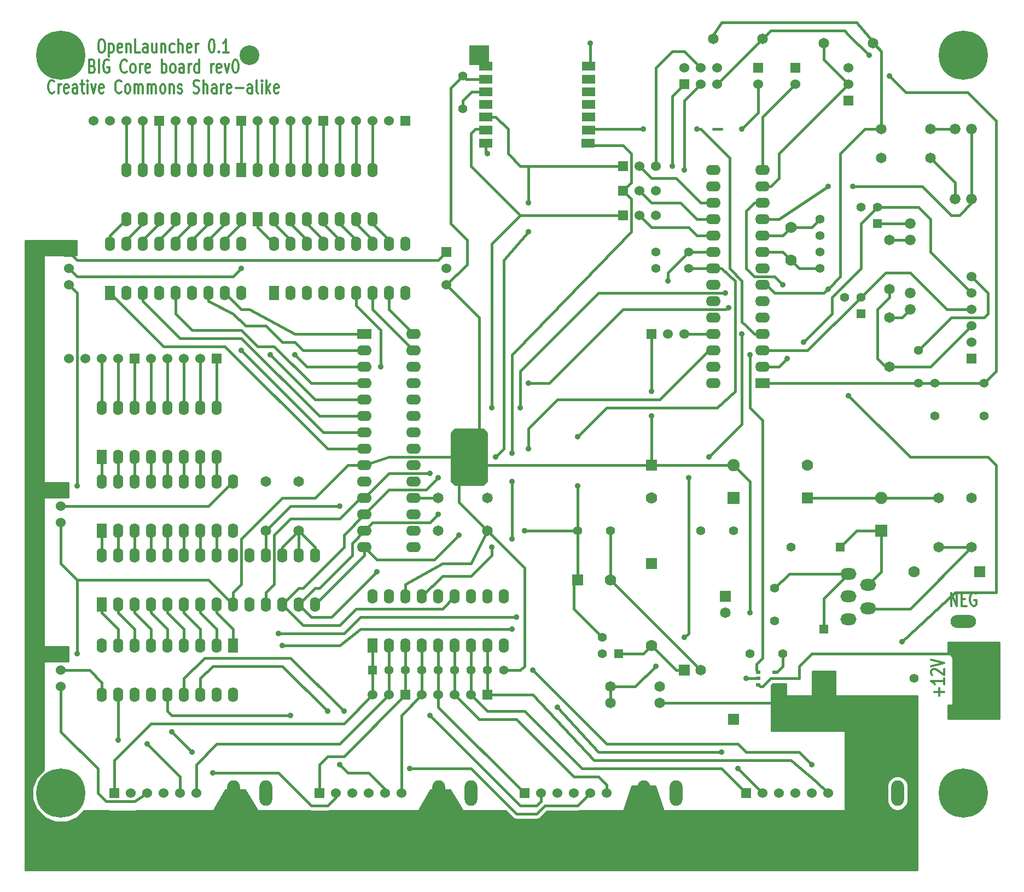
<source format=gtl>
G04 (created by PCBNEW-RS274X (2011-05-25)-stable) date Sun 10 Jun 2012 11:37:39 PM MDT*
G01*
G70*
G90*
%MOIN*%
G04 Gerber Fmt 3.4, Leading zero omitted, Abs format*
%FSLAX34Y34*%
G04 APERTURE LIST*
%ADD10C,0.006000*%
%ADD11C,0.012000*%
%ADD12C,0.059100*%
%ADD13R,0.060000X0.060000*%
%ADD14C,0.060000*%
%ADD15C,0.066000*%
%ADD16R,0.075000X0.075000*%
%ADD17C,0.075000*%
%ADD18O,0.090000X0.062000*%
%ADD19R,0.090000X0.062000*%
%ADD20O,0.062000X0.090000*%
%ADD21R,0.062000X0.090000*%
%ADD22C,0.070000*%
%ADD23R,0.070000X0.070000*%
%ADD24R,0.055000X0.055000*%
%ADD25C,0.055000*%
%ADD26R,0.078700X0.055100*%
%ADD27O,0.156000X0.078000*%
%ADD28R,0.065000X0.065000*%
%ADD29C,0.065000*%
%ADD30R,0.030000X0.020000*%
%ADD31R,0.120000X0.120000*%
%ADD32C,0.120000*%
%ADD33O,0.078000X0.156000*%
%ADD34O,0.098400X0.070900*%
%ADD35C,0.300000*%
%ADD36C,0.035000*%
%ADD37C,0.015800*%
%ADD38C,0.010000*%
G04 APERTURE END LIST*
G54D10*
G54D11*
X85007Y-48324D02*
X85007Y-47524D01*
X85350Y-48324D01*
X85350Y-47524D01*
X85636Y-47905D02*
X85836Y-47905D01*
X85922Y-48324D02*
X85636Y-48324D01*
X85636Y-47524D01*
X85922Y-47524D01*
X86493Y-47562D02*
X86436Y-47524D01*
X86350Y-47524D01*
X86265Y-47562D01*
X86207Y-47638D01*
X86179Y-47714D01*
X86150Y-47867D01*
X86150Y-47981D01*
X86179Y-48133D01*
X86207Y-48210D01*
X86265Y-48286D01*
X86350Y-48324D01*
X86407Y-48324D01*
X86493Y-48286D01*
X86522Y-48248D01*
X86522Y-47981D01*
X86407Y-47981D01*
X84269Y-53806D02*
X84269Y-53349D01*
X84574Y-53578D02*
X83964Y-53578D01*
X84574Y-52749D02*
X84574Y-53092D01*
X84574Y-52920D02*
X83774Y-52920D01*
X83888Y-52977D01*
X83964Y-53035D01*
X84002Y-53092D01*
X83850Y-52521D02*
X83812Y-52492D01*
X83774Y-52435D01*
X83774Y-52292D01*
X83812Y-52235D01*
X83850Y-52206D01*
X83926Y-52178D01*
X84002Y-52178D01*
X84117Y-52206D01*
X84574Y-52549D01*
X84574Y-52178D01*
X83774Y-52007D02*
X84574Y-51807D01*
X83774Y-51607D01*
X33172Y-13774D02*
X33286Y-13774D01*
X33344Y-13812D01*
X33401Y-13888D01*
X33429Y-14040D01*
X33429Y-14307D01*
X33401Y-14460D01*
X33344Y-14536D01*
X33286Y-14574D01*
X33172Y-14574D01*
X33115Y-14536D01*
X33058Y-14460D01*
X33029Y-14307D01*
X33029Y-14040D01*
X33058Y-13888D01*
X33115Y-13812D01*
X33172Y-13774D01*
X33687Y-14040D02*
X33687Y-14840D01*
X33687Y-14079D02*
X33744Y-14040D01*
X33858Y-14040D01*
X33915Y-14079D01*
X33944Y-14117D01*
X33973Y-14193D01*
X33973Y-14421D01*
X33944Y-14498D01*
X33915Y-14536D01*
X33858Y-14574D01*
X33744Y-14574D01*
X33687Y-14536D01*
X34458Y-14536D02*
X34401Y-14574D01*
X34287Y-14574D01*
X34230Y-14536D01*
X34201Y-14460D01*
X34201Y-14155D01*
X34230Y-14079D01*
X34287Y-14040D01*
X34401Y-14040D01*
X34458Y-14079D01*
X34487Y-14155D01*
X34487Y-14231D01*
X34201Y-14307D01*
X34744Y-14040D02*
X34744Y-14574D01*
X34744Y-14117D02*
X34772Y-14079D01*
X34830Y-14040D01*
X34915Y-14040D01*
X34972Y-14079D01*
X35001Y-14155D01*
X35001Y-14574D01*
X35573Y-14574D02*
X35287Y-14574D01*
X35287Y-13774D01*
X36030Y-14574D02*
X36030Y-14155D01*
X36001Y-14079D01*
X35944Y-14040D01*
X35830Y-14040D01*
X35773Y-14079D01*
X36030Y-14536D02*
X35973Y-14574D01*
X35830Y-14574D01*
X35773Y-14536D01*
X35744Y-14460D01*
X35744Y-14383D01*
X35773Y-14307D01*
X35830Y-14269D01*
X35973Y-14269D01*
X36030Y-14231D01*
X36573Y-14040D02*
X36573Y-14574D01*
X36316Y-14040D02*
X36316Y-14460D01*
X36344Y-14536D01*
X36402Y-14574D01*
X36487Y-14574D01*
X36544Y-14536D01*
X36573Y-14498D01*
X36859Y-14040D02*
X36859Y-14574D01*
X36859Y-14117D02*
X36887Y-14079D01*
X36945Y-14040D01*
X37030Y-14040D01*
X37087Y-14079D01*
X37116Y-14155D01*
X37116Y-14574D01*
X37659Y-14536D02*
X37602Y-14574D01*
X37488Y-14574D01*
X37430Y-14536D01*
X37402Y-14498D01*
X37373Y-14421D01*
X37373Y-14193D01*
X37402Y-14117D01*
X37430Y-14079D01*
X37488Y-14040D01*
X37602Y-14040D01*
X37659Y-14079D01*
X37916Y-14574D02*
X37916Y-13774D01*
X38173Y-14574D02*
X38173Y-14155D01*
X38144Y-14079D01*
X38087Y-14040D01*
X38002Y-14040D01*
X37944Y-14079D01*
X37916Y-14117D01*
X38687Y-14536D02*
X38630Y-14574D01*
X38516Y-14574D01*
X38459Y-14536D01*
X38430Y-14460D01*
X38430Y-14155D01*
X38459Y-14079D01*
X38516Y-14040D01*
X38630Y-14040D01*
X38687Y-14079D01*
X38716Y-14155D01*
X38716Y-14231D01*
X38430Y-14307D01*
X38973Y-14574D02*
X38973Y-14040D01*
X38973Y-14193D02*
X39001Y-14117D01*
X39030Y-14079D01*
X39087Y-14040D01*
X39144Y-14040D01*
X39915Y-13774D02*
X39972Y-13774D01*
X40029Y-13812D01*
X40058Y-13850D01*
X40087Y-13926D01*
X40115Y-14079D01*
X40115Y-14269D01*
X40087Y-14421D01*
X40058Y-14498D01*
X40029Y-14536D01*
X39972Y-14574D01*
X39915Y-14574D01*
X39858Y-14536D01*
X39829Y-14498D01*
X39801Y-14421D01*
X39772Y-14269D01*
X39772Y-14079D01*
X39801Y-13926D01*
X39829Y-13850D01*
X39858Y-13812D01*
X39915Y-13774D01*
X40372Y-14498D02*
X40400Y-14536D01*
X40372Y-14574D01*
X40343Y-14536D01*
X40372Y-14498D01*
X40372Y-14574D01*
X40972Y-14574D02*
X40629Y-14574D01*
X40801Y-14574D02*
X40801Y-13774D01*
X40744Y-13888D01*
X40686Y-13964D01*
X40629Y-14002D01*
X32673Y-15395D02*
X32759Y-15433D01*
X32787Y-15471D01*
X32816Y-15547D01*
X32816Y-15661D01*
X32787Y-15738D01*
X32759Y-15776D01*
X32701Y-15814D01*
X32473Y-15814D01*
X32473Y-15014D01*
X32673Y-15014D01*
X32730Y-15052D01*
X32759Y-15090D01*
X32787Y-15166D01*
X32787Y-15242D01*
X32759Y-15319D01*
X32730Y-15357D01*
X32673Y-15395D01*
X32473Y-15395D01*
X33073Y-15814D02*
X33073Y-15014D01*
X33673Y-15052D02*
X33616Y-15014D01*
X33530Y-15014D01*
X33445Y-15052D01*
X33387Y-15128D01*
X33359Y-15204D01*
X33330Y-15357D01*
X33330Y-15471D01*
X33359Y-15623D01*
X33387Y-15700D01*
X33445Y-15776D01*
X33530Y-15814D01*
X33587Y-15814D01*
X33673Y-15776D01*
X33702Y-15738D01*
X33702Y-15471D01*
X33587Y-15471D01*
X34759Y-15738D02*
X34730Y-15776D01*
X34644Y-15814D01*
X34587Y-15814D01*
X34502Y-15776D01*
X34444Y-15700D01*
X34416Y-15623D01*
X34387Y-15471D01*
X34387Y-15357D01*
X34416Y-15204D01*
X34444Y-15128D01*
X34502Y-15052D01*
X34587Y-15014D01*
X34644Y-15014D01*
X34730Y-15052D01*
X34759Y-15090D01*
X35102Y-15814D02*
X35044Y-15776D01*
X35016Y-15738D01*
X34987Y-15661D01*
X34987Y-15433D01*
X35016Y-15357D01*
X35044Y-15319D01*
X35102Y-15280D01*
X35187Y-15280D01*
X35244Y-15319D01*
X35273Y-15357D01*
X35302Y-15433D01*
X35302Y-15661D01*
X35273Y-15738D01*
X35244Y-15776D01*
X35187Y-15814D01*
X35102Y-15814D01*
X35559Y-15814D02*
X35559Y-15280D01*
X35559Y-15433D02*
X35587Y-15357D01*
X35616Y-15319D01*
X35673Y-15280D01*
X35730Y-15280D01*
X36158Y-15776D02*
X36101Y-15814D01*
X35987Y-15814D01*
X35930Y-15776D01*
X35901Y-15700D01*
X35901Y-15395D01*
X35930Y-15319D01*
X35987Y-15280D01*
X36101Y-15280D01*
X36158Y-15319D01*
X36187Y-15395D01*
X36187Y-15471D01*
X35901Y-15547D01*
X36901Y-15814D02*
X36901Y-15014D01*
X36901Y-15319D02*
X36958Y-15280D01*
X37072Y-15280D01*
X37129Y-15319D01*
X37158Y-15357D01*
X37187Y-15433D01*
X37187Y-15661D01*
X37158Y-15738D01*
X37129Y-15776D01*
X37072Y-15814D01*
X36958Y-15814D01*
X36901Y-15776D01*
X37530Y-15814D02*
X37472Y-15776D01*
X37444Y-15738D01*
X37415Y-15661D01*
X37415Y-15433D01*
X37444Y-15357D01*
X37472Y-15319D01*
X37530Y-15280D01*
X37615Y-15280D01*
X37672Y-15319D01*
X37701Y-15357D01*
X37730Y-15433D01*
X37730Y-15661D01*
X37701Y-15738D01*
X37672Y-15776D01*
X37615Y-15814D01*
X37530Y-15814D01*
X38244Y-15814D02*
X38244Y-15395D01*
X38215Y-15319D01*
X38158Y-15280D01*
X38044Y-15280D01*
X37987Y-15319D01*
X38244Y-15776D02*
X38187Y-15814D01*
X38044Y-15814D01*
X37987Y-15776D01*
X37958Y-15700D01*
X37958Y-15623D01*
X37987Y-15547D01*
X38044Y-15509D01*
X38187Y-15509D01*
X38244Y-15471D01*
X38530Y-15814D02*
X38530Y-15280D01*
X38530Y-15433D02*
X38558Y-15357D01*
X38587Y-15319D01*
X38644Y-15280D01*
X38701Y-15280D01*
X39158Y-15814D02*
X39158Y-15014D01*
X39158Y-15776D02*
X39101Y-15814D01*
X38987Y-15814D01*
X38929Y-15776D01*
X38901Y-15738D01*
X38872Y-15661D01*
X38872Y-15433D01*
X38901Y-15357D01*
X38929Y-15319D01*
X38987Y-15280D01*
X39101Y-15280D01*
X39158Y-15319D01*
X39901Y-15814D02*
X39901Y-15280D01*
X39901Y-15433D02*
X39929Y-15357D01*
X39958Y-15319D01*
X40015Y-15280D01*
X40072Y-15280D01*
X40500Y-15776D02*
X40443Y-15814D01*
X40329Y-15814D01*
X40272Y-15776D01*
X40243Y-15700D01*
X40243Y-15395D01*
X40272Y-15319D01*
X40329Y-15280D01*
X40443Y-15280D01*
X40500Y-15319D01*
X40529Y-15395D01*
X40529Y-15471D01*
X40243Y-15547D01*
X40729Y-15280D02*
X40872Y-15814D01*
X41014Y-15280D01*
X41357Y-15014D02*
X41414Y-15014D01*
X41471Y-15052D01*
X41500Y-15090D01*
X41529Y-15166D01*
X41557Y-15319D01*
X41557Y-15509D01*
X41529Y-15661D01*
X41500Y-15738D01*
X41471Y-15776D01*
X41414Y-15814D01*
X41357Y-15814D01*
X41300Y-15776D01*
X41271Y-15738D01*
X41243Y-15661D01*
X41214Y-15509D01*
X41214Y-15319D01*
X41243Y-15166D01*
X41271Y-15090D01*
X41300Y-15052D01*
X41357Y-15014D01*
X30344Y-16978D02*
X30315Y-17016D01*
X30229Y-17054D01*
X30172Y-17054D01*
X30087Y-17016D01*
X30029Y-16940D01*
X30001Y-16863D01*
X29972Y-16711D01*
X29972Y-16597D01*
X30001Y-16444D01*
X30029Y-16368D01*
X30087Y-16292D01*
X30172Y-16254D01*
X30229Y-16254D01*
X30315Y-16292D01*
X30344Y-16330D01*
X30601Y-17054D02*
X30601Y-16520D01*
X30601Y-16673D02*
X30629Y-16597D01*
X30658Y-16559D01*
X30715Y-16520D01*
X30772Y-16520D01*
X31200Y-17016D02*
X31143Y-17054D01*
X31029Y-17054D01*
X30972Y-17016D01*
X30943Y-16940D01*
X30943Y-16635D01*
X30972Y-16559D01*
X31029Y-16520D01*
X31143Y-16520D01*
X31200Y-16559D01*
X31229Y-16635D01*
X31229Y-16711D01*
X30943Y-16787D01*
X31743Y-17054D02*
X31743Y-16635D01*
X31714Y-16559D01*
X31657Y-16520D01*
X31543Y-16520D01*
X31486Y-16559D01*
X31743Y-17016D02*
X31686Y-17054D01*
X31543Y-17054D01*
X31486Y-17016D01*
X31457Y-16940D01*
X31457Y-16863D01*
X31486Y-16787D01*
X31543Y-16749D01*
X31686Y-16749D01*
X31743Y-16711D01*
X31943Y-16520D02*
X32172Y-16520D01*
X32029Y-16254D02*
X32029Y-16940D01*
X32057Y-17016D01*
X32115Y-17054D01*
X32172Y-17054D01*
X32372Y-17054D02*
X32372Y-16520D01*
X32372Y-16254D02*
X32343Y-16292D01*
X32372Y-16330D01*
X32400Y-16292D01*
X32372Y-16254D01*
X32372Y-16330D01*
X32601Y-16520D02*
X32744Y-17054D01*
X32886Y-16520D01*
X33343Y-17016D02*
X33286Y-17054D01*
X33172Y-17054D01*
X33115Y-17016D01*
X33086Y-16940D01*
X33086Y-16635D01*
X33115Y-16559D01*
X33172Y-16520D01*
X33286Y-16520D01*
X33343Y-16559D01*
X33372Y-16635D01*
X33372Y-16711D01*
X33086Y-16787D01*
X34429Y-16978D02*
X34400Y-17016D01*
X34314Y-17054D01*
X34257Y-17054D01*
X34172Y-17016D01*
X34114Y-16940D01*
X34086Y-16863D01*
X34057Y-16711D01*
X34057Y-16597D01*
X34086Y-16444D01*
X34114Y-16368D01*
X34172Y-16292D01*
X34257Y-16254D01*
X34314Y-16254D01*
X34400Y-16292D01*
X34429Y-16330D01*
X34772Y-17054D02*
X34714Y-17016D01*
X34686Y-16978D01*
X34657Y-16901D01*
X34657Y-16673D01*
X34686Y-16597D01*
X34714Y-16559D01*
X34772Y-16520D01*
X34857Y-16520D01*
X34914Y-16559D01*
X34943Y-16597D01*
X34972Y-16673D01*
X34972Y-16901D01*
X34943Y-16978D01*
X34914Y-17016D01*
X34857Y-17054D01*
X34772Y-17054D01*
X35229Y-17054D02*
X35229Y-16520D01*
X35229Y-16597D02*
X35257Y-16559D01*
X35315Y-16520D01*
X35400Y-16520D01*
X35457Y-16559D01*
X35486Y-16635D01*
X35486Y-17054D01*
X35486Y-16635D02*
X35515Y-16559D01*
X35572Y-16520D01*
X35657Y-16520D01*
X35715Y-16559D01*
X35743Y-16635D01*
X35743Y-17054D01*
X36029Y-17054D02*
X36029Y-16520D01*
X36029Y-16597D02*
X36057Y-16559D01*
X36115Y-16520D01*
X36200Y-16520D01*
X36257Y-16559D01*
X36286Y-16635D01*
X36286Y-17054D01*
X36286Y-16635D02*
X36315Y-16559D01*
X36372Y-16520D01*
X36457Y-16520D01*
X36515Y-16559D01*
X36543Y-16635D01*
X36543Y-17054D01*
X36915Y-17054D02*
X36857Y-17016D01*
X36829Y-16978D01*
X36800Y-16901D01*
X36800Y-16673D01*
X36829Y-16597D01*
X36857Y-16559D01*
X36915Y-16520D01*
X37000Y-16520D01*
X37057Y-16559D01*
X37086Y-16597D01*
X37115Y-16673D01*
X37115Y-16901D01*
X37086Y-16978D01*
X37057Y-17016D01*
X37000Y-17054D01*
X36915Y-17054D01*
X37372Y-16520D02*
X37372Y-17054D01*
X37372Y-16597D02*
X37400Y-16559D01*
X37458Y-16520D01*
X37543Y-16520D01*
X37600Y-16559D01*
X37629Y-16635D01*
X37629Y-17054D01*
X37886Y-17016D02*
X37943Y-17054D01*
X38058Y-17054D01*
X38115Y-17016D01*
X38143Y-16940D01*
X38143Y-16901D01*
X38115Y-16825D01*
X38058Y-16787D01*
X37972Y-16787D01*
X37915Y-16749D01*
X37886Y-16673D01*
X37886Y-16635D01*
X37915Y-16559D01*
X37972Y-16520D01*
X38058Y-16520D01*
X38115Y-16559D01*
X38829Y-17016D02*
X38915Y-17054D01*
X39058Y-17054D01*
X39115Y-17016D01*
X39144Y-16978D01*
X39172Y-16901D01*
X39172Y-16825D01*
X39144Y-16749D01*
X39115Y-16711D01*
X39058Y-16673D01*
X38944Y-16635D01*
X38886Y-16597D01*
X38858Y-16559D01*
X38829Y-16482D01*
X38829Y-16406D01*
X38858Y-16330D01*
X38886Y-16292D01*
X38944Y-16254D01*
X39086Y-16254D01*
X39172Y-16292D01*
X39429Y-17054D02*
X39429Y-16254D01*
X39686Y-17054D02*
X39686Y-16635D01*
X39657Y-16559D01*
X39600Y-16520D01*
X39515Y-16520D01*
X39457Y-16559D01*
X39429Y-16597D01*
X40229Y-17054D02*
X40229Y-16635D01*
X40200Y-16559D01*
X40143Y-16520D01*
X40029Y-16520D01*
X39972Y-16559D01*
X40229Y-17016D02*
X40172Y-17054D01*
X40029Y-17054D01*
X39972Y-17016D01*
X39943Y-16940D01*
X39943Y-16863D01*
X39972Y-16787D01*
X40029Y-16749D01*
X40172Y-16749D01*
X40229Y-16711D01*
X40515Y-17054D02*
X40515Y-16520D01*
X40515Y-16673D02*
X40543Y-16597D01*
X40572Y-16559D01*
X40629Y-16520D01*
X40686Y-16520D01*
X41114Y-17016D02*
X41057Y-17054D01*
X40943Y-17054D01*
X40886Y-17016D01*
X40857Y-16940D01*
X40857Y-16635D01*
X40886Y-16559D01*
X40943Y-16520D01*
X41057Y-16520D01*
X41114Y-16559D01*
X41143Y-16635D01*
X41143Y-16711D01*
X40857Y-16787D01*
X41400Y-16749D02*
X41857Y-16749D01*
X42400Y-17054D02*
X42400Y-16635D01*
X42371Y-16559D01*
X42314Y-16520D01*
X42200Y-16520D01*
X42143Y-16559D01*
X42400Y-17016D02*
X42343Y-17054D01*
X42200Y-17054D01*
X42143Y-17016D01*
X42114Y-16940D01*
X42114Y-16863D01*
X42143Y-16787D01*
X42200Y-16749D01*
X42343Y-16749D01*
X42400Y-16711D01*
X42772Y-17054D02*
X42714Y-17016D01*
X42686Y-16940D01*
X42686Y-16254D01*
X43000Y-17054D02*
X43000Y-16520D01*
X43000Y-16254D02*
X42971Y-16292D01*
X43000Y-16330D01*
X43028Y-16292D01*
X43000Y-16254D01*
X43000Y-16330D01*
X43286Y-17054D02*
X43286Y-16254D01*
X43343Y-16749D02*
X43514Y-17054D01*
X43514Y-16520D02*
X43286Y-16825D01*
X44000Y-17016D02*
X43943Y-17054D01*
X43829Y-17054D01*
X43772Y-17016D01*
X43743Y-16940D01*
X43743Y-16635D01*
X43772Y-16559D01*
X43829Y-16520D01*
X43943Y-16520D01*
X44000Y-16559D01*
X44029Y-16635D01*
X44029Y-16711D01*
X43743Y-16787D01*
G54D12*
X86750Y-54250D03*
X76750Y-54250D03*
G54D13*
X65000Y-23000D03*
G54D14*
X66000Y-23000D03*
X67000Y-23000D03*
G54D13*
X65000Y-24500D03*
G54D14*
X66000Y-24500D03*
X67000Y-24500D03*
G54D13*
X65000Y-21500D03*
G54D14*
X66000Y-21500D03*
X67000Y-21500D03*
G54D13*
X34000Y-59750D03*
G54D14*
X35000Y-59750D03*
X36000Y-59750D03*
X37000Y-59750D03*
X38000Y-59750D03*
X39000Y-59750D03*
G54D13*
X46500Y-59750D03*
G54D14*
X47500Y-59750D03*
X48500Y-59750D03*
X49500Y-59750D03*
X50500Y-59750D03*
X51500Y-59750D03*
G54D15*
X85250Y-19250D03*
X86250Y-19250D03*
X86250Y-23500D03*
X85250Y-23500D03*
G54D16*
X71750Y-41750D03*
G54D17*
X71750Y-39750D03*
G54D16*
X80750Y-43750D03*
G54D17*
X80750Y-41750D03*
G54D18*
X49250Y-32750D03*
X49250Y-33750D03*
X49250Y-34750D03*
X49250Y-35750D03*
X49250Y-36750D03*
X49250Y-37750D03*
X49250Y-38750D03*
X49250Y-39750D03*
X49250Y-40750D03*
X49250Y-41750D03*
X49250Y-42750D03*
X49250Y-43750D03*
X49250Y-44750D03*
G54D19*
X49250Y-31750D03*
G54D18*
X52250Y-44750D03*
X52250Y-43750D03*
X52250Y-42750D03*
X52250Y-41750D03*
X52250Y-40750D03*
X52250Y-39750D03*
X52250Y-38750D03*
X52250Y-37750D03*
X52250Y-36750D03*
X52250Y-35750D03*
X52250Y-34750D03*
X52250Y-33750D03*
X52250Y-32750D03*
X52250Y-31750D03*
G54D20*
X34250Y-48250D03*
X35250Y-48250D03*
X36250Y-48250D03*
X37250Y-48250D03*
X38250Y-48250D03*
X39250Y-48250D03*
X40250Y-48250D03*
X41250Y-48250D03*
X42250Y-48250D03*
X43250Y-48250D03*
X44250Y-48250D03*
X45250Y-48250D03*
X46250Y-48250D03*
G54D21*
X33250Y-48250D03*
G54D20*
X46250Y-45250D03*
X45250Y-45250D03*
X44250Y-45250D03*
X43250Y-45250D03*
X42250Y-45250D03*
X41250Y-45250D03*
X40250Y-45250D03*
X39250Y-45250D03*
X38250Y-45250D03*
X37250Y-45250D03*
X36250Y-45250D03*
X35250Y-45250D03*
X34250Y-45250D03*
X33250Y-45250D03*
G54D21*
X49750Y-50750D03*
G54D20*
X50750Y-50750D03*
X51750Y-50750D03*
X52750Y-50750D03*
X53750Y-50750D03*
X54750Y-50750D03*
X55750Y-50750D03*
X56750Y-50750D03*
X57750Y-50750D03*
X57750Y-47750D03*
X56750Y-47750D03*
X55750Y-47750D03*
X54750Y-47750D03*
X53750Y-47750D03*
X52750Y-47750D03*
X51750Y-47750D03*
X50750Y-47750D03*
X49750Y-47750D03*
G54D22*
X82750Y-46250D03*
G54D23*
X86750Y-46250D03*
G54D24*
X85750Y-52750D03*
G54D25*
X82750Y-52750D03*
X69000Y-26750D03*
X67000Y-26750D03*
X74750Y-51250D03*
X72750Y-51250D03*
X55250Y-18000D03*
X55250Y-16000D03*
X77000Y-26750D03*
X77000Y-27750D03*
X69750Y-43750D03*
X71750Y-43750D03*
X77000Y-25750D03*
X77000Y-24750D03*
G54D13*
X59000Y-59750D03*
G54D14*
X60000Y-59750D03*
X61000Y-59750D03*
X62000Y-59750D03*
X63000Y-59750D03*
X64000Y-59750D03*
G54D23*
X66750Y-39750D03*
G54D22*
X66750Y-41750D03*
G54D25*
X83000Y-34750D03*
X83000Y-32750D03*
G54D22*
X66750Y-50750D03*
G54D23*
X66750Y-45750D03*
G54D22*
X75750Y-55250D03*
G54D23*
X71750Y-55250D03*
G54D24*
X77250Y-49750D03*
G54D25*
X77250Y-52750D03*
G54D24*
X78250Y-44750D03*
G54D25*
X75250Y-44750D03*
G54D13*
X72500Y-59750D03*
G54D14*
X73500Y-59750D03*
X74500Y-59750D03*
X75500Y-59750D03*
X76500Y-59750D03*
X77500Y-59750D03*
G54D26*
X62880Y-20093D03*
X62891Y-19305D03*
X62891Y-18518D03*
X62891Y-17750D03*
X62891Y-16982D03*
X62891Y-16195D03*
X62891Y-15407D03*
X56631Y-15407D03*
X56631Y-16195D03*
X56631Y-16982D03*
X56631Y-17750D03*
X56631Y-18518D03*
X56631Y-19305D03*
X56631Y-20093D03*
G54D18*
X73500Y-33750D03*
X73500Y-32750D03*
X73500Y-31750D03*
X73500Y-30750D03*
X73500Y-29750D03*
X73500Y-28750D03*
X73500Y-27750D03*
X73500Y-26750D03*
X73500Y-25750D03*
X73500Y-24750D03*
X73500Y-23750D03*
X73500Y-22750D03*
X73500Y-21750D03*
G54D19*
X73500Y-34750D03*
G54D18*
X70500Y-21750D03*
X70500Y-22750D03*
X70500Y-23750D03*
X70500Y-24750D03*
X70500Y-25750D03*
X70500Y-26750D03*
X70500Y-27750D03*
X70500Y-28750D03*
X70500Y-29750D03*
X70500Y-30750D03*
X70500Y-31750D03*
X70500Y-32750D03*
X70500Y-33750D03*
X70500Y-34750D03*
G54D13*
X68750Y-16500D03*
G54D14*
X68750Y-15500D03*
X69750Y-16500D03*
X69750Y-15500D03*
X70750Y-16500D03*
X70750Y-15500D03*
G54D25*
X87000Y-34750D03*
X87000Y-36750D03*
X84000Y-34750D03*
X84000Y-36750D03*
G54D27*
X85750Y-51240D03*
X85750Y-49270D03*
G54D28*
X68750Y-52250D03*
G54D29*
X69750Y-52250D03*
G54D23*
X62250Y-46750D03*
G54D22*
X64250Y-46750D03*
G54D25*
X64250Y-43750D03*
X62250Y-43750D03*
G54D23*
X76250Y-41750D03*
G54D22*
X76250Y-39750D03*
G54D28*
X71250Y-47750D03*
G54D29*
X71250Y-48750D03*
G54D25*
X74250Y-49250D03*
X74250Y-47250D03*
X67000Y-27750D03*
X69000Y-27750D03*
G54D29*
X67250Y-54250D03*
X64250Y-54250D03*
X64250Y-53250D03*
X67250Y-53250D03*
X86250Y-41750D03*
X86250Y-44750D03*
X84250Y-44750D03*
X84250Y-41750D03*
X45250Y-43750D03*
X45250Y-40750D03*
X70500Y-13750D03*
X73500Y-13750D03*
G54D24*
X64750Y-51250D03*
G54D25*
X63750Y-51250D03*
X63750Y-50250D03*
G54D30*
X73250Y-52375D03*
X73250Y-53125D03*
X74250Y-52375D03*
X73250Y-52750D03*
X74250Y-53125D03*
G54D22*
X75250Y-25250D03*
X75250Y-27250D03*
G54D21*
X43750Y-29250D03*
G54D20*
X44750Y-29250D03*
X45750Y-29250D03*
X46750Y-29250D03*
X47750Y-29250D03*
X48750Y-29250D03*
X49750Y-29250D03*
X50750Y-29250D03*
X51750Y-29250D03*
X51750Y-26250D03*
X50750Y-26250D03*
X49750Y-26250D03*
X48750Y-26250D03*
X47750Y-26250D03*
X46750Y-26250D03*
X45750Y-26250D03*
X44750Y-26250D03*
X43750Y-26250D03*
G54D21*
X33750Y-29250D03*
G54D20*
X34750Y-29250D03*
X35750Y-29250D03*
X36750Y-29250D03*
X37750Y-29250D03*
X38750Y-29250D03*
X39750Y-29250D03*
X40750Y-29250D03*
X41750Y-29250D03*
X41750Y-26250D03*
X40750Y-26250D03*
X39750Y-26250D03*
X38750Y-26250D03*
X37750Y-26250D03*
X36750Y-26250D03*
X35750Y-26250D03*
X34750Y-26250D03*
X33750Y-26250D03*
G54D21*
X33250Y-43750D03*
G54D20*
X34250Y-43750D03*
X35250Y-43750D03*
X36250Y-43750D03*
X37250Y-43750D03*
X38250Y-43750D03*
X39250Y-43750D03*
X40250Y-43750D03*
X41250Y-43750D03*
X41250Y-40750D03*
X40250Y-40750D03*
X39250Y-40750D03*
X38250Y-40750D03*
X37250Y-40750D03*
X36250Y-40750D03*
X35250Y-40750D03*
X34250Y-40750D03*
X33250Y-40750D03*
G54D21*
X41250Y-50750D03*
G54D20*
X40250Y-50750D03*
X39250Y-50750D03*
X38250Y-50750D03*
X37250Y-50750D03*
X36250Y-50750D03*
X35250Y-50750D03*
X34250Y-50750D03*
X33250Y-50750D03*
X33250Y-53750D03*
X34250Y-53750D03*
X35250Y-53750D03*
X36250Y-53750D03*
X37250Y-53750D03*
X38250Y-53750D03*
X39250Y-53750D03*
X40250Y-53750D03*
X41250Y-53750D03*
G54D29*
X83750Y-21000D03*
X80750Y-21000D03*
X83750Y-19250D03*
X80750Y-19250D03*
G54D31*
X56250Y-14750D03*
G54D32*
X42250Y-14750D03*
G54D29*
X53750Y-43750D03*
X56750Y-43750D03*
G54D33*
X41270Y-59750D03*
X43240Y-59750D03*
X79760Y-59750D03*
X81730Y-59750D03*
X53760Y-59750D03*
X55730Y-59750D03*
X66260Y-59750D03*
X68230Y-59750D03*
G54D21*
X41750Y-21750D03*
G54D20*
X40750Y-21750D03*
X39750Y-21750D03*
X38750Y-21750D03*
X37750Y-21750D03*
X36750Y-21750D03*
X35750Y-21750D03*
X34750Y-21750D03*
X34750Y-24750D03*
X35750Y-24750D03*
X36750Y-24750D03*
X37750Y-24750D03*
X38750Y-24750D03*
X39750Y-24750D03*
X40750Y-24750D03*
X41750Y-24750D03*
G54D21*
X42750Y-24750D03*
G54D20*
X43750Y-24750D03*
X44750Y-24750D03*
X45750Y-24750D03*
X46750Y-24750D03*
X47750Y-24750D03*
X48750Y-24750D03*
X49750Y-24750D03*
X49750Y-21750D03*
X48750Y-21750D03*
X47750Y-21750D03*
X46750Y-21750D03*
X45750Y-21750D03*
X44750Y-21750D03*
X43750Y-21750D03*
X42750Y-21750D03*
G54D13*
X86250Y-33250D03*
G54D14*
X86250Y-32250D03*
X86250Y-31250D03*
X86250Y-30250D03*
X86250Y-29250D03*
X86250Y-28250D03*
G54D34*
X78754Y-47750D03*
X78754Y-46372D03*
X78754Y-49128D03*
X79935Y-48459D03*
X79935Y-47041D03*
G54D35*
X30750Y-14750D03*
X85750Y-14750D03*
X30750Y-59750D03*
X85750Y-59750D03*
G54D24*
X49750Y-52250D03*
G54D25*
X50750Y-52250D03*
X51750Y-52250D03*
X52750Y-52250D03*
X53750Y-52250D03*
X54750Y-52250D03*
X55750Y-52250D03*
X56750Y-52250D03*
X57750Y-52250D03*
G54D29*
X81250Y-29000D03*
X81250Y-26000D03*
X81250Y-30750D03*
X81250Y-33750D03*
X53750Y-41750D03*
X56750Y-41750D03*
X43250Y-43750D03*
X43250Y-40750D03*
G54D13*
X51750Y-53750D03*
G54D14*
X50750Y-53750D03*
X49750Y-53750D03*
G54D13*
X54250Y-26750D03*
G54D14*
X54250Y-27750D03*
X54250Y-28750D03*
G54D13*
X31250Y-26750D03*
G54D14*
X31250Y-27750D03*
X31250Y-28750D03*
G54D13*
X30750Y-41250D03*
G54D14*
X30750Y-42250D03*
X30750Y-43250D03*
G54D13*
X30750Y-51250D03*
G54D14*
X30750Y-52250D03*
X30750Y-53250D03*
G54D15*
X82500Y-30250D03*
X82500Y-29250D03*
X82500Y-26000D03*
X82500Y-25000D03*
G54D21*
X33250Y-39250D03*
G54D20*
X34250Y-39250D03*
X35250Y-39250D03*
X36250Y-39250D03*
X37250Y-39250D03*
X38250Y-39250D03*
X39250Y-39250D03*
X40250Y-39250D03*
X40250Y-36250D03*
X39250Y-36250D03*
X38250Y-36250D03*
X37250Y-36250D03*
X36250Y-36250D03*
X35250Y-36250D03*
X34250Y-36250D03*
X33250Y-36250D03*
G54D13*
X41750Y-18750D03*
G54D14*
X40750Y-18750D03*
X39750Y-18750D03*
X38750Y-18750D03*
X37750Y-18750D03*
G54D13*
X51750Y-18750D03*
G54D14*
X50750Y-18750D03*
X49750Y-18750D03*
X48750Y-18750D03*
X47750Y-18750D03*
G54D13*
X56750Y-53750D03*
G54D14*
X55750Y-53750D03*
X54750Y-53750D03*
X53750Y-53750D03*
X52750Y-53750D03*
G54D13*
X40250Y-33250D03*
G54D14*
X39250Y-33250D03*
X38250Y-33250D03*
X37250Y-33250D03*
X36250Y-33250D03*
G54D24*
X79500Y-30500D03*
G54D25*
X79500Y-29500D03*
X78500Y-29500D03*
G54D24*
X80500Y-25000D03*
G54D25*
X80500Y-24000D03*
X79500Y-24000D03*
G54D13*
X75500Y-15500D03*
G54D14*
X75500Y-16500D03*
G54D13*
X73250Y-15500D03*
G54D14*
X73250Y-16500D03*
G54D13*
X36750Y-18750D03*
G54D14*
X35750Y-18750D03*
X34750Y-18750D03*
X33750Y-18750D03*
X32750Y-18750D03*
G54D13*
X46750Y-18750D03*
G54D14*
X45750Y-18750D03*
X44750Y-18750D03*
X43750Y-18750D03*
X42750Y-18750D03*
G54D13*
X35250Y-33250D03*
G54D14*
X34250Y-33250D03*
X33250Y-33250D03*
X32250Y-33250D03*
X31250Y-33250D03*
G54D29*
X77250Y-14000D03*
X80250Y-14000D03*
G54D13*
X66750Y-31750D03*
G54D14*
X67750Y-31750D03*
X68750Y-31750D03*
G54D13*
X78750Y-17500D03*
G54D14*
X78750Y-16500D03*
X78750Y-15500D03*
G54D36*
X58250Y-39000D03*
X55000Y-44000D03*
X57000Y-36250D03*
X53750Y-40500D03*
X62250Y-38000D03*
X62250Y-41000D03*
X57000Y-44750D03*
X59000Y-43750D03*
X58250Y-44250D03*
X58250Y-40750D03*
X59250Y-38750D03*
X53250Y-40250D03*
X59250Y-34750D03*
X71450Y-30150D03*
X82000Y-50500D03*
X78750Y-35500D03*
X74750Y-28750D03*
X59250Y-23750D03*
X57250Y-39250D03*
X59250Y-25500D03*
X53750Y-42750D03*
X50000Y-46250D03*
X71250Y-29250D03*
X58750Y-36250D03*
X52250Y-41750D03*
X47750Y-42250D03*
X72750Y-33000D03*
X72250Y-31750D03*
X70250Y-39250D03*
X69000Y-40500D03*
X68750Y-50250D03*
X67000Y-52000D03*
X63000Y-14000D03*
X72500Y-52750D03*
X68750Y-21750D03*
X76000Y-32250D03*
X75000Y-33250D03*
X66250Y-19250D03*
X69500Y-19250D03*
X72250Y-19250D03*
X68000Y-21500D03*
X56750Y-20750D03*
X77500Y-22750D03*
X79000Y-22750D03*
X81250Y-16000D03*
X80000Y-14750D03*
X45000Y-33000D03*
X41750Y-27750D03*
X41750Y-32750D03*
X43500Y-33000D03*
X50250Y-33750D03*
X66750Y-36750D03*
X66750Y-35250D03*
X67750Y-28500D03*
X31750Y-51250D03*
X31750Y-41000D03*
X77500Y-29000D03*
X72750Y-48750D03*
X34250Y-56500D03*
X36000Y-56750D03*
X37500Y-56000D03*
X38750Y-57250D03*
X40000Y-58500D03*
X47750Y-58000D03*
X44750Y-55000D03*
X48000Y-54750D03*
X53250Y-55000D03*
X47000Y-54750D03*
X52000Y-58250D03*
X44000Y-50000D03*
X58500Y-49000D03*
X61000Y-54500D03*
X71000Y-57250D03*
X72000Y-58250D03*
X44250Y-50750D03*
X58250Y-49750D03*
X59500Y-52250D03*
X76500Y-58000D03*
G54D37*
X71000Y-19250D02*
X70500Y-19250D01*
X31250Y-26750D02*
X31750Y-27250D01*
X53750Y-27250D02*
X54250Y-26750D01*
X31750Y-27250D02*
X53750Y-27250D01*
X67250Y-54250D02*
X76750Y-54250D01*
X58250Y-33000D02*
X58500Y-32750D01*
X50000Y-45500D02*
X53500Y-45500D01*
X53500Y-45500D02*
X55000Y-44000D01*
X49250Y-44750D02*
X50000Y-45500D01*
X65500Y-23500D02*
X65000Y-23000D01*
X58500Y-32750D02*
X65500Y-25500D01*
X65500Y-25500D02*
X65500Y-23500D01*
X58250Y-39000D02*
X58250Y-33000D01*
X49250Y-44750D02*
X49250Y-45250D01*
X49250Y-45250D02*
X46250Y-48250D01*
X65000Y-23000D02*
X65500Y-22500D01*
X65500Y-22500D02*
X65500Y-20750D01*
X65500Y-20750D02*
X65000Y-20250D01*
X65000Y-20250D02*
X63037Y-20250D01*
X63037Y-20250D02*
X62880Y-20093D01*
X50750Y-41250D02*
X53000Y-41250D01*
X53000Y-41250D02*
X53750Y-40500D01*
X49250Y-42750D02*
X50750Y-41250D01*
X57000Y-26250D02*
X58750Y-24500D01*
X57000Y-36250D02*
X57000Y-26250D01*
X44250Y-48250D02*
X45500Y-49500D01*
X54000Y-48500D02*
X54750Y-47750D01*
X48750Y-48500D02*
X54000Y-48500D01*
X48500Y-48750D02*
X48750Y-48500D01*
X47750Y-49500D02*
X48500Y-48750D01*
X47500Y-49500D02*
X47750Y-49500D01*
X45500Y-49500D02*
X47500Y-49500D01*
X49250Y-42750D02*
X48000Y-44000D01*
X45250Y-47250D02*
X44250Y-48250D01*
X45500Y-47250D02*
X45250Y-47250D01*
X48000Y-44750D02*
X45500Y-47250D01*
X48000Y-44000D02*
X48000Y-44750D01*
X56631Y-19305D02*
X56576Y-19250D01*
X56576Y-19250D02*
X56000Y-19250D01*
X56000Y-19250D02*
X55750Y-19500D01*
X55750Y-19500D02*
X55750Y-20500D01*
X55750Y-20500D02*
X55750Y-21500D01*
X55750Y-21500D02*
X58750Y-24500D01*
X58750Y-24500D02*
X65000Y-24500D01*
X62250Y-43750D02*
X62250Y-41000D01*
X71000Y-27750D02*
X70500Y-27750D01*
X71850Y-28500D02*
X71000Y-27750D01*
X71850Y-35250D02*
X71850Y-28500D01*
X70750Y-36250D02*
X71850Y-35250D01*
X64000Y-36250D02*
X70750Y-36250D01*
X62250Y-38000D02*
X64000Y-36250D01*
X52750Y-47750D02*
X54000Y-46500D01*
X59000Y-43750D02*
X62250Y-43750D01*
X57000Y-45250D02*
X57000Y-44750D01*
X55750Y-46500D02*
X57000Y-45250D01*
X54000Y-46500D02*
X55750Y-46500D01*
X62250Y-43750D02*
X62250Y-46750D01*
X62250Y-46750D02*
X62000Y-47000D01*
X62000Y-47000D02*
X62000Y-48500D01*
X63750Y-50250D02*
X62000Y-48500D01*
X69000Y-27750D02*
X70500Y-27750D01*
X60500Y-36250D02*
X61000Y-35750D01*
X58250Y-44250D02*
X58250Y-40750D01*
X59250Y-38750D02*
X59250Y-37500D01*
X59250Y-37500D02*
X60500Y-36250D01*
X70250Y-32750D02*
X70500Y-32750D01*
X67250Y-35750D02*
X70250Y-32750D01*
X61000Y-35750D02*
X67250Y-35750D01*
X49250Y-41750D02*
X49000Y-41750D01*
X43250Y-47500D02*
X43250Y-48250D01*
X43750Y-47000D02*
X43250Y-47500D01*
X43750Y-44000D02*
X43750Y-47000D01*
X44750Y-43000D02*
X43750Y-44000D01*
X47750Y-43000D02*
X44750Y-43000D01*
X49000Y-41750D02*
X47750Y-43000D01*
X50750Y-40250D02*
X53250Y-40250D01*
X50750Y-40250D02*
X49250Y-41750D01*
X60500Y-34750D02*
X63800Y-31450D01*
X59250Y-34750D02*
X60500Y-34750D01*
X65000Y-30250D02*
X63800Y-31450D01*
X71250Y-30250D02*
X65000Y-30250D01*
X71450Y-30150D02*
X71250Y-30250D01*
X73500Y-23750D02*
X73000Y-23750D01*
X82000Y-50500D02*
X85250Y-47500D01*
X85250Y-47500D02*
X87750Y-47500D01*
X87750Y-47500D02*
X87750Y-41250D01*
X87750Y-39750D02*
X87750Y-41250D01*
X87250Y-39250D02*
X87750Y-39750D01*
X82500Y-39250D02*
X87250Y-39250D01*
X78750Y-35500D02*
X82500Y-39250D01*
X74250Y-28250D02*
X74750Y-28750D01*
X73000Y-28250D02*
X74250Y-28250D01*
X72500Y-27750D02*
X73000Y-28250D01*
X72500Y-24250D02*
X72500Y-27750D01*
X73000Y-23750D02*
X72500Y-24250D01*
X59250Y-21500D02*
X59250Y-23750D01*
X57250Y-39250D02*
X57750Y-38750D01*
X57750Y-38750D02*
X57750Y-27250D01*
X57750Y-27250D02*
X59250Y-25500D01*
X49250Y-43750D02*
X49750Y-43250D01*
X53250Y-43250D02*
X53750Y-42750D01*
X49750Y-43250D02*
X53250Y-43250D01*
X45250Y-48250D02*
X46000Y-49000D01*
X49750Y-46500D02*
X50000Y-46250D01*
X47250Y-49000D02*
X49750Y-46500D01*
X47000Y-49000D02*
X47250Y-49000D01*
X46000Y-49000D02*
X47000Y-49000D01*
X49250Y-43750D02*
X48500Y-44500D01*
X46250Y-47250D02*
X45250Y-48250D01*
X46500Y-47250D02*
X46250Y-47250D01*
X48500Y-45250D02*
X46500Y-47250D01*
X48500Y-44500D02*
X48500Y-45250D01*
X65000Y-21500D02*
X59500Y-21500D01*
X59500Y-21500D02*
X59250Y-21500D01*
X59250Y-21500D02*
X58750Y-21500D01*
X58750Y-21500D02*
X58000Y-20750D01*
X58000Y-20750D02*
X58000Y-19250D01*
X58000Y-19250D02*
X57250Y-18500D01*
X57250Y-18500D02*
X56649Y-18500D01*
X56649Y-18500D02*
X56631Y-18518D01*
X63500Y-29250D02*
X71250Y-29250D01*
X58750Y-34000D02*
X63500Y-29250D01*
X58750Y-36250D02*
X58750Y-34000D01*
X53750Y-41750D02*
X52250Y-41750D01*
X47750Y-42250D02*
X44750Y-42250D01*
X44750Y-42250D02*
X43250Y-43750D01*
X43250Y-45250D02*
X43250Y-43750D01*
X73500Y-38500D02*
X73500Y-37000D01*
X72750Y-36250D02*
X72750Y-33000D01*
X73500Y-37000D02*
X72750Y-36250D01*
X73250Y-52375D02*
X73125Y-52250D01*
X73125Y-52250D02*
X73125Y-52125D01*
X73125Y-52125D02*
X73125Y-51875D01*
X73125Y-51875D02*
X73500Y-51500D01*
X73500Y-38500D02*
X73500Y-39750D01*
X73500Y-51500D02*
X73500Y-38500D01*
X64250Y-53250D02*
X65750Y-53250D01*
X72250Y-37250D02*
X72250Y-31750D01*
X70250Y-39250D02*
X72250Y-37250D01*
X69000Y-50000D02*
X69000Y-40500D01*
X68750Y-50250D02*
X69000Y-50000D01*
X65750Y-53250D02*
X67000Y-52000D01*
X64250Y-53250D02*
X64250Y-54250D01*
X55250Y-18000D02*
X55250Y-17500D01*
X55768Y-16982D02*
X56631Y-16982D01*
X55250Y-17500D02*
X55768Y-16982D01*
X62891Y-15407D02*
X63000Y-15298D01*
X63000Y-15298D02*
X63000Y-14000D01*
X73250Y-52750D02*
X72500Y-52750D01*
X68750Y-17500D02*
X69750Y-16500D01*
X68750Y-21750D02*
X68750Y-17500D01*
X77000Y-24750D02*
X76500Y-25250D01*
X76500Y-25250D02*
X75250Y-25250D01*
X75250Y-25250D02*
X74750Y-25750D01*
X74750Y-25750D02*
X73500Y-25750D01*
X73500Y-33750D02*
X74500Y-33750D01*
X79500Y-25000D02*
X80500Y-24000D01*
X79500Y-27750D02*
X79500Y-25000D01*
X77750Y-29500D02*
X79500Y-27750D01*
X77750Y-30500D02*
X77750Y-29500D01*
X76000Y-32250D02*
X77750Y-30500D01*
X74500Y-33750D02*
X75000Y-33250D01*
X86250Y-29250D02*
X83750Y-26750D01*
X83000Y-24000D02*
X80500Y-24000D01*
X83750Y-24750D02*
X83000Y-24000D01*
X83750Y-26750D02*
X83750Y-24750D01*
X69500Y-19250D02*
X69750Y-19250D01*
X62946Y-19250D02*
X66250Y-19250D01*
X72500Y-31250D02*
X73000Y-31750D01*
X73500Y-31750D02*
X73000Y-31750D01*
X62946Y-19250D02*
X62891Y-19305D01*
X72250Y-31000D02*
X72500Y-31250D01*
X72250Y-28500D02*
X72250Y-31000D01*
X71500Y-27750D02*
X72250Y-28500D01*
X71500Y-21000D02*
X71500Y-27750D01*
X69750Y-19250D02*
X71500Y-21000D01*
X78750Y-16500D02*
X74500Y-20750D01*
X74000Y-22750D02*
X73500Y-22750D01*
X74500Y-22250D02*
X74000Y-22750D01*
X74500Y-20750D02*
X74500Y-22250D01*
X78750Y-16500D02*
X77250Y-15000D01*
X77250Y-15000D02*
X77250Y-14000D01*
X67000Y-21500D02*
X67000Y-15500D01*
X68750Y-14500D02*
X69750Y-15500D01*
X68000Y-14500D02*
X68750Y-14500D01*
X67000Y-15500D02*
X68000Y-14500D01*
X66000Y-24500D02*
X66750Y-25250D01*
X69500Y-25750D02*
X70500Y-25750D01*
X69000Y-25250D02*
X69500Y-25750D01*
X66750Y-25250D02*
X69000Y-25250D01*
X73250Y-16500D02*
X73250Y-18250D01*
X73250Y-18250D02*
X72250Y-19250D01*
X66000Y-21500D02*
X66750Y-22250D01*
X69750Y-23750D02*
X70500Y-23750D01*
X68250Y-22250D02*
X69750Y-23750D01*
X66750Y-22250D02*
X68250Y-22250D01*
X81250Y-30750D02*
X82000Y-30750D01*
X82000Y-30750D02*
X82500Y-30250D01*
X73500Y-21750D02*
X73500Y-18500D01*
X73500Y-18500D02*
X75500Y-16500D01*
X82500Y-26000D02*
X81250Y-26000D01*
X79500Y-29500D02*
X81000Y-28000D01*
X84750Y-30250D02*
X86250Y-30250D01*
X82500Y-28000D02*
X84750Y-30250D01*
X81000Y-28000D02*
X82500Y-28000D01*
X79500Y-29500D02*
X76250Y-32750D01*
X76250Y-32750D02*
X73500Y-32750D01*
X86250Y-28250D02*
X87250Y-29250D01*
X85000Y-30750D02*
X83000Y-32750D01*
X87000Y-30750D02*
X85000Y-30750D01*
X87250Y-30500D02*
X87000Y-30750D01*
X87250Y-29250D02*
X87250Y-30500D01*
X75250Y-27250D02*
X75750Y-27750D01*
X75750Y-27750D02*
X77000Y-27750D01*
X73500Y-26750D02*
X74750Y-26750D01*
X75750Y-27750D02*
X77000Y-27750D01*
X74750Y-26750D02*
X75750Y-27750D01*
X70500Y-31750D02*
X68750Y-31750D01*
X66000Y-23000D02*
X66750Y-23750D01*
X69500Y-24750D02*
X70500Y-24750D01*
X68500Y-23750D02*
X69500Y-24750D01*
X66750Y-23750D02*
X68500Y-23750D01*
X56631Y-15407D02*
X56631Y-15131D01*
X56631Y-15131D02*
X56250Y-14750D01*
X68750Y-16500D02*
X68000Y-17250D01*
X68000Y-17250D02*
X68000Y-21500D01*
X56631Y-20619D02*
X56631Y-20093D01*
X56750Y-20750D02*
X56631Y-20619D01*
X86250Y-23500D02*
X86250Y-23750D01*
X74500Y-24750D02*
X73500Y-24750D01*
X77500Y-22750D02*
X74500Y-24750D01*
X83250Y-22750D02*
X79000Y-22750D01*
X85000Y-24500D02*
X83250Y-22750D01*
X85500Y-24500D02*
X85000Y-24500D01*
X86250Y-23750D02*
X85500Y-24500D01*
X86250Y-19250D02*
X86250Y-23500D01*
X83750Y-19250D02*
X85250Y-19250D01*
X83750Y-21000D02*
X85250Y-22500D01*
X85250Y-22500D02*
X85250Y-23500D01*
X83000Y-34750D02*
X84000Y-34750D01*
X83000Y-34750D02*
X87000Y-34750D01*
X73500Y-13750D02*
X74000Y-13250D01*
X87750Y-34000D02*
X87750Y-28750D01*
X87750Y-28750D02*
X87750Y-18750D01*
X87750Y-18750D02*
X86000Y-17000D01*
X86000Y-17000D02*
X82250Y-17000D01*
X82250Y-17000D02*
X81250Y-16000D01*
X80000Y-14750D02*
X78750Y-13500D01*
X87750Y-34000D02*
X87000Y-34750D01*
X78500Y-13250D02*
X78750Y-13500D01*
X74000Y-13250D02*
X78500Y-13250D01*
X70750Y-16500D02*
X73500Y-13750D01*
X87000Y-34750D02*
X81750Y-34750D01*
X73500Y-34750D02*
X77000Y-34750D01*
X77000Y-34750D02*
X79000Y-34750D01*
X79000Y-34750D02*
X81750Y-34750D01*
X81750Y-34750D02*
X82000Y-34750D01*
X80500Y-25000D02*
X82500Y-25000D01*
X52250Y-31750D02*
X50750Y-30250D01*
X50750Y-30250D02*
X50750Y-29250D01*
X35750Y-26250D02*
X35750Y-26000D01*
X36750Y-25000D02*
X36750Y-24750D01*
X35750Y-26000D02*
X36750Y-25000D01*
X34750Y-26250D02*
X34750Y-26000D01*
X35750Y-25000D02*
X35750Y-24750D01*
X34750Y-26000D02*
X35750Y-25000D01*
X34750Y-24750D02*
X33750Y-25750D01*
X33750Y-25750D02*
X33750Y-26250D01*
X36750Y-26250D02*
X36750Y-26000D01*
X37750Y-25000D02*
X37750Y-24750D01*
X36750Y-26000D02*
X37750Y-25000D01*
X49750Y-24750D02*
X49750Y-25000D01*
X50750Y-26000D02*
X50750Y-26250D01*
X49750Y-25000D02*
X50750Y-26000D01*
X48750Y-24750D02*
X48750Y-25000D01*
X49750Y-26000D02*
X49750Y-26250D01*
X48750Y-25000D02*
X49750Y-26000D01*
X47750Y-24750D02*
X47750Y-25000D01*
X48750Y-26000D02*
X48750Y-26250D01*
X47750Y-25000D02*
X48750Y-26000D01*
X46750Y-24750D02*
X46750Y-25000D01*
X47750Y-26000D02*
X47750Y-26250D01*
X46750Y-25000D02*
X47750Y-26000D01*
X45750Y-24750D02*
X45750Y-25000D01*
X46750Y-26000D02*
X46750Y-26250D01*
X45750Y-25000D02*
X46750Y-26000D01*
X44750Y-24750D02*
X44750Y-25000D01*
X45750Y-26000D02*
X45750Y-26250D01*
X44750Y-25000D02*
X45750Y-26000D01*
X43750Y-24750D02*
X43750Y-25000D01*
X44750Y-26000D02*
X44750Y-26250D01*
X43750Y-25000D02*
X44750Y-26000D01*
X42750Y-24750D02*
X42750Y-25250D01*
X42750Y-25250D02*
X43750Y-26250D01*
X49250Y-36750D02*
X46500Y-36750D01*
X35750Y-29750D02*
X35750Y-29250D01*
X38000Y-32000D02*
X35750Y-29750D01*
X41750Y-32000D02*
X38000Y-32000D01*
X46500Y-36750D02*
X41750Y-32000D01*
X49250Y-33750D02*
X45750Y-33750D01*
X45750Y-33750D02*
X45000Y-33000D01*
X49250Y-32750D02*
X45500Y-32750D01*
X39750Y-29250D02*
X39750Y-29250D01*
X39750Y-29750D02*
X39750Y-29250D01*
X41250Y-30500D02*
X39750Y-29750D01*
X42000Y-31250D02*
X41250Y-30500D01*
X43250Y-31250D02*
X42000Y-31250D01*
X44250Y-32250D02*
X43250Y-31250D01*
X43750Y-31750D02*
X44250Y-32250D01*
X44500Y-32250D02*
X44250Y-32250D01*
X44250Y-32250D02*
X44250Y-32250D01*
X45000Y-32250D02*
X44250Y-32250D01*
X45500Y-32750D02*
X45000Y-32250D01*
X31750Y-28250D02*
X31250Y-27750D01*
X41250Y-28250D02*
X31750Y-28250D01*
X41750Y-27750D02*
X41250Y-28250D01*
X40750Y-26250D02*
X40750Y-26000D01*
X41750Y-25000D02*
X41750Y-24750D01*
X40750Y-26000D02*
X41750Y-25000D01*
X39750Y-26250D02*
X39750Y-26000D01*
X40750Y-25000D02*
X40750Y-24750D01*
X39750Y-26000D02*
X40750Y-25000D01*
X38750Y-26250D02*
X38750Y-26000D01*
X39750Y-25000D02*
X39750Y-24750D01*
X38750Y-26000D02*
X39750Y-25000D01*
X37750Y-26250D02*
X37750Y-26000D01*
X38750Y-25000D02*
X38750Y-24750D01*
X37750Y-26000D02*
X38750Y-25000D01*
X30750Y-52250D02*
X32250Y-52250D01*
X33250Y-53000D02*
X33250Y-53750D01*
X32500Y-52250D02*
X33250Y-53000D01*
X32250Y-52250D02*
X32500Y-52250D01*
X41250Y-40750D02*
X39750Y-42250D01*
X39750Y-42250D02*
X30750Y-42250D01*
X34250Y-43750D02*
X34250Y-45250D01*
X39250Y-40750D02*
X39250Y-39250D01*
X37250Y-40750D02*
X37250Y-39250D01*
X35250Y-40750D02*
X35250Y-39250D01*
X33250Y-40750D02*
X33250Y-39250D01*
X34250Y-39250D02*
X34250Y-40750D01*
X36250Y-39250D02*
X36250Y-40750D01*
X38250Y-39250D02*
X38250Y-40750D01*
X40250Y-39250D02*
X40250Y-40750D01*
X39250Y-43750D02*
X39250Y-45250D01*
X40250Y-48250D02*
X40250Y-48750D01*
X41250Y-49750D02*
X41250Y-50750D01*
X40250Y-48750D02*
X41250Y-49750D01*
X33750Y-29250D02*
X37000Y-32500D01*
X47000Y-38750D02*
X49250Y-38750D01*
X40750Y-32500D02*
X47000Y-38750D01*
X37000Y-32500D02*
X40750Y-32500D01*
X49250Y-37750D02*
X46750Y-37750D01*
X46750Y-37750D02*
X41750Y-32750D01*
X49250Y-35750D02*
X46250Y-35750D01*
X46250Y-35750D02*
X43500Y-33000D01*
X49250Y-34750D02*
X46000Y-34750D01*
X37750Y-30500D02*
X37750Y-29250D01*
X38750Y-31500D02*
X37750Y-30500D01*
X41750Y-31500D02*
X38750Y-31500D01*
X42750Y-32500D02*
X41750Y-31500D01*
X43750Y-32500D02*
X42750Y-32500D01*
X46000Y-34750D02*
X43750Y-32500D01*
X35250Y-50750D02*
X35250Y-49750D01*
X34250Y-48750D02*
X34250Y-48250D01*
X35250Y-49750D02*
X34250Y-48750D01*
X48750Y-30000D02*
X48750Y-29250D01*
X50250Y-31500D02*
X48750Y-30000D01*
X50250Y-33750D02*
X50250Y-31500D01*
X38250Y-50750D02*
X38250Y-49750D01*
X37250Y-48750D02*
X37250Y-48250D01*
X38250Y-49750D02*
X37250Y-48750D01*
X35250Y-48250D02*
X35250Y-48750D01*
X36250Y-49750D02*
X36250Y-50750D01*
X35250Y-48750D02*
X36250Y-49750D01*
X33250Y-48250D02*
X33250Y-48750D01*
X34250Y-49750D02*
X34250Y-50750D01*
X33250Y-48750D02*
X34250Y-49750D01*
X40750Y-29250D02*
X41750Y-30250D01*
X45000Y-31750D02*
X49250Y-31750D01*
X42250Y-30250D02*
X45000Y-31750D01*
X41750Y-30250D02*
X42250Y-30250D01*
X41750Y-30250D02*
X41750Y-30250D01*
X33250Y-43750D02*
X33250Y-45250D01*
X45250Y-45250D02*
X45250Y-43750D01*
X44250Y-45250D02*
X44250Y-44750D01*
X44250Y-44750D02*
X45250Y-43750D01*
X45250Y-43750D02*
X46250Y-44750D01*
X46250Y-44750D02*
X46250Y-45250D01*
X36250Y-43750D02*
X36250Y-45250D01*
X37250Y-43750D02*
X37250Y-45250D01*
X38250Y-48250D02*
X38250Y-48750D01*
X39250Y-49750D02*
X39250Y-50750D01*
X38250Y-48750D02*
X39250Y-49750D01*
X36250Y-48250D02*
X36250Y-48750D01*
X37250Y-49750D02*
X37250Y-50750D01*
X36250Y-48750D02*
X37250Y-49750D01*
X38250Y-43750D02*
X38250Y-45250D01*
X40250Y-43750D02*
X40250Y-45250D01*
X40250Y-50750D02*
X40250Y-49750D01*
X39250Y-48750D02*
X39250Y-48250D01*
X40250Y-49750D02*
X39250Y-48750D01*
X49750Y-29250D02*
X49750Y-30000D01*
X49750Y-30250D02*
X52250Y-32750D01*
X49750Y-30000D02*
X49750Y-30250D01*
X35250Y-43750D02*
X35250Y-45250D01*
X86250Y-44750D02*
X82500Y-48500D01*
X79976Y-48500D02*
X79935Y-48459D01*
X82500Y-48500D02*
X79976Y-48500D01*
X84250Y-44750D02*
X86250Y-44750D01*
X66750Y-50750D02*
X66250Y-51250D01*
X66250Y-51250D02*
X64750Y-51250D01*
X68750Y-52250D02*
X68250Y-52250D01*
X68250Y-52250D02*
X66750Y-50750D01*
X78250Y-44750D02*
X79250Y-43750D01*
X79250Y-43750D02*
X80750Y-43750D01*
X79935Y-47041D02*
X80750Y-46226D01*
X80750Y-46226D02*
X80750Y-43750D01*
X75750Y-52750D02*
X74000Y-52750D01*
X73375Y-53250D02*
X73250Y-53125D01*
X73500Y-53250D02*
X73375Y-53250D01*
X74000Y-52750D02*
X73500Y-53250D01*
X76510Y-51240D02*
X85750Y-51240D01*
X75750Y-52000D02*
X76510Y-51240D01*
X75750Y-52750D02*
X75750Y-52000D01*
X85750Y-51240D02*
X85750Y-53250D01*
X85750Y-53250D02*
X86750Y-54250D01*
X77250Y-49750D02*
X77250Y-47876D01*
X77250Y-47876D02*
X78754Y-46372D01*
X78754Y-46372D02*
X75128Y-46372D01*
X75128Y-46372D02*
X74250Y-47250D01*
X84250Y-41750D02*
X80750Y-41750D01*
X80750Y-41750D02*
X76250Y-41750D01*
X64250Y-46750D02*
X64250Y-43750D01*
X64250Y-46750D02*
X69750Y-52250D01*
X80250Y-14000D02*
X80750Y-14500D01*
X66750Y-31750D02*
X66750Y-35250D01*
X66750Y-36750D02*
X66750Y-39750D01*
X67750Y-28000D02*
X69000Y-26750D01*
X67750Y-28500D02*
X67750Y-28000D01*
X30750Y-53250D02*
X30750Y-56000D01*
X35250Y-60250D02*
X36000Y-59750D01*
X33500Y-60250D02*
X35250Y-60250D01*
X33000Y-59750D02*
X33500Y-60250D01*
X33000Y-58250D02*
X33000Y-59750D01*
X30750Y-56000D02*
X33000Y-58250D01*
X31750Y-51250D02*
X31750Y-46750D01*
X41250Y-48250D02*
X41250Y-47500D01*
X48250Y-39750D02*
X49250Y-39750D01*
X46250Y-41750D02*
X48250Y-39750D01*
X44250Y-41750D02*
X46250Y-41750D01*
X41750Y-44250D02*
X44250Y-41750D01*
X41750Y-47000D02*
X41750Y-44250D01*
X41250Y-47500D02*
X41750Y-47000D01*
X56250Y-39750D02*
X55000Y-39750D01*
X54250Y-28750D02*
X56250Y-30750D01*
X56250Y-30750D02*
X56250Y-39750D01*
X49250Y-39750D02*
X50750Y-39250D01*
X50750Y-39250D02*
X55000Y-39250D01*
X55000Y-39750D02*
X55000Y-39250D01*
X31250Y-28750D02*
X31750Y-29250D01*
X31750Y-29250D02*
X31750Y-41000D01*
X54500Y-16750D02*
X54500Y-25000D01*
X55250Y-16000D02*
X54500Y-16750D01*
X55500Y-27500D02*
X54250Y-28750D01*
X55500Y-26000D02*
X55500Y-27500D01*
X54500Y-25000D02*
X55500Y-26000D01*
X30750Y-43250D02*
X30750Y-45750D01*
X39750Y-46750D02*
X41250Y-48250D01*
X31750Y-46750D02*
X39750Y-46750D01*
X30750Y-45750D02*
X31750Y-46750D01*
X51750Y-47750D02*
X51750Y-47000D01*
X55750Y-45750D02*
X56750Y-43750D01*
X54000Y-45750D02*
X55750Y-45750D01*
X51750Y-47000D02*
X54000Y-45750D01*
X57750Y-52250D02*
X58750Y-52250D01*
X59000Y-46000D02*
X56750Y-43750D01*
X59000Y-52000D02*
X59000Y-46000D01*
X58750Y-52250D02*
X59000Y-52000D01*
X56250Y-39750D02*
X66750Y-39750D01*
X56750Y-43750D02*
X55000Y-42000D01*
X55000Y-42000D02*
X55000Y-40250D01*
X55000Y-40250D02*
X55000Y-39750D01*
X55250Y-16000D02*
X55445Y-16195D01*
X55445Y-16195D02*
X56631Y-16195D01*
X70500Y-13750D02*
X70500Y-13500D01*
X70500Y-13500D02*
X71000Y-12750D01*
X71000Y-12750D02*
X79250Y-12750D01*
X79250Y-12750D02*
X80750Y-14500D01*
X80750Y-14500D02*
X80750Y-19250D01*
X77500Y-29000D02*
X78250Y-28250D01*
X78250Y-28250D02*
X78250Y-20750D01*
X78250Y-20750D02*
X79750Y-19250D01*
X79750Y-19250D02*
X80750Y-19250D01*
X73750Y-28750D02*
X74250Y-29250D01*
X77500Y-29000D02*
X77250Y-29250D01*
X77250Y-29250D02*
X76250Y-29250D01*
X73750Y-28750D02*
X73500Y-28750D01*
X74250Y-29250D02*
X76250Y-29250D01*
X81250Y-29000D02*
X81250Y-29500D01*
X80500Y-30250D02*
X80500Y-33250D01*
X80500Y-33250D02*
X81000Y-33750D01*
X81000Y-33750D02*
X81250Y-33750D01*
X81250Y-29500D02*
X80500Y-30250D01*
X86250Y-31250D02*
X83750Y-33750D01*
X83750Y-33750D02*
X81250Y-33750D01*
X72750Y-40750D02*
X71750Y-39750D01*
X72750Y-48750D02*
X72750Y-40750D01*
X74250Y-52375D02*
X74375Y-52375D01*
X74750Y-52000D02*
X74750Y-51250D01*
X74375Y-52375D02*
X74750Y-52000D01*
X66750Y-39750D02*
X71750Y-39750D01*
X69000Y-26750D02*
X70500Y-26750D01*
X49750Y-53750D02*
X49750Y-52250D01*
X49750Y-52250D02*
X49750Y-50750D01*
X34000Y-59750D02*
X34000Y-57750D01*
X48000Y-55500D02*
X49750Y-53750D01*
X36250Y-55500D02*
X48000Y-55500D01*
X34000Y-57750D02*
X36250Y-55500D01*
X49750Y-50750D02*
X49750Y-53750D01*
X50750Y-50750D02*
X50750Y-52250D01*
X50750Y-52250D02*
X50750Y-53750D01*
X39000Y-59750D02*
X39000Y-58000D01*
X47750Y-56750D02*
X50750Y-53750D01*
X40250Y-56750D02*
X47750Y-56750D01*
X39000Y-58000D02*
X40250Y-56750D01*
X50750Y-50750D02*
X50750Y-53750D01*
X51750Y-50750D02*
X51750Y-52250D01*
X46500Y-59750D02*
X46500Y-58000D01*
X48000Y-57500D02*
X51750Y-53750D01*
X47000Y-57500D02*
X48000Y-57500D01*
X46500Y-58000D02*
X47000Y-57500D01*
X51750Y-50750D02*
X51750Y-53750D01*
X52750Y-53750D02*
X52750Y-52250D01*
X52750Y-52250D02*
X52750Y-50750D01*
X51500Y-59750D02*
X51500Y-55000D01*
X51500Y-55000D02*
X52750Y-53750D01*
X52750Y-50750D02*
X52750Y-53750D01*
X53750Y-50750D02*
X53750Y-52250D01*
X53750Y-52250D02*
X53750Y-53750D01*
X53750Y-53750D02*
X53750Y-54500D01*
X53750Y-54500D02*
X59000Y-59750D01*
X53750Y-50750D02*
X53750Y-53750D01*
X54750Y-53750D02*
X54750Y-52250D01*
X54750Y-52250D02*
X54750Y-50750D01*
X64000Y-59750D02*
X64000Y-59250D01*
X56250Y-55250D02*
X54750Y-53750D01*
X58500Y-55250D02*
X56250Y-55250D01*
X62000Y-58750D02*
X58500Y-55250D01*
X63500Y-58750D02*
X62000Y-58750D01*
X64000Y-59250D02*
X63500Y-58750D01*
X54750Y-50750D02*
X54750Y-53750D01*
X55750Y-50750D02*
X55750Y-52250D01*
X55750Y-52250D02*
X55750Y-53750D01*
X72500Y-59750D02*
X71000Y-58250D01*
X56750Y-54750D02*
X55750Y-53750D01*
X59000Y-54750D02*
X56750Y-54750D01*
X62500Y-58250D02*
X59000Y-54750D01*
X71000Y-58250D02*
X62500Y-58250D01*
X55750Y-50750D02*
X55750Y-53750D01*
X56750Y-53750D02*
X56750Y-52250D01*
X56750Y-52250D02*
X56750Y-50750D01*
X77500Y-59750D02*
X76750Y-59000D01*
X59500Y-53750D02*
X56750Y-53750D01*
X63250Y-57750D02*
X59500Y-53750D01*
X75250Y-57750D02*
X63250Y-57750D01*
X76750Y-59000D02*
X75250Y-57750D01*
X56750Y-50750D02*
X56750Y-53750D01*
X34250Y-53750D02*
X34250Y-56500D01*
X39250Y-33250D02*
X39250Y-36250D01*
X38250Y-36250D02*
X38250Y-33250D01*
X37250Y-33250D02*
X37250Y-36250D01*
X36250Y-36250D02*
X36250Y-33250D01*
X35250Y-36250D02*
X35250Y-33250D01*
X34250Y-36250D02*
X34250Y-33250D01*
X33250Y-36250D02*
X33250Y-33250D01*
X38000Y-59750D02*
X38000Y-58750D01*
X38000Y-58750D02*
X36000Y-56750D01*
X47500Y-59750D02*
X47500Y-60000D01*
X38750Y-57250D02*
X37500Y-56000D01*
X44000Y-58500D02*
X40000Y-58500D01*
X46000Y-60500D02*
X44000Y-58500D01*
X47000Y-60500D02*
X46000Y-60500D01*
X47500Y-60000D02*
X47000Y-60500D01*
X37250Y-53750D02*
X37250Y-54750D01*
X50500Y-59500D02*
X50500Y-59750D01*
X49500Y-58500D02*
X50500Y-59500D01*
X48250Y-58500D02*
X49500Y-58500D01*
X47750Y-58000D02*
X48250Y-58500D01*
X37500Y-55000D02*
X44750Y-55000D01*
X37250Y-54750D02*
X37500Y-55000D01*
X60000Y-59750D02*
X60000Y-60250D01*
X38250Y-52750D02*
X38250Y-53750D01*
X39500Y-51500D02*
X38250Y-52750D01*
X44750Y-51500D02*
X39500Y-51500D01*
X48000Y-54750D02*
X44750Y-51500D01*
X58750Y-60500D02*
X53250Y-55000D01*
X59750Y-60500D02*
X58750Y-60500D01*
X60000Y-60250D02*
X59750Y-60500D01*
X63000Y-59750D02*
X62250Y-60500D01*
X39250Y-52750D02*
X39250Y-53750D01*
X40000Y-52000D02*
X39250Y-52750D01*
X44250Y-52000D02*
X40000Y-52000D01*
X47000Y-54750D02*
X44250Y-52000D01*
X55750Y-58250D02*
X52000Y-58250D01*
X58500Y-61000D02*
X55750Y-58250D01*
X59750Y-61000D02*
X58500Y-61000D01*
X60250Y-60500D02*
X59750Y-61000D01*
X62250Y-60500D02*
X60250Y-60500D01*
X44000Y-50000D02*
X48000Y-50000D01*
X48000Y-50000D02*
X49000Y-49000D01*
X49000Y-49000D02*
X58500Y-49000D01*
X61000Y-54500D02*
X63500Y-57250D01*
X63500Y-57250D02*
X71000Y-57250D01*
X72000Y-58250D02*
X73500Y-59750D01*
X47750Y-50750D02*
X44250Y-50750D01*
X49000Y-49750D02*
X47750Y-50750D01*
X49500Y-49750D02*
X49000Y-49750D01*
X49000Y-49750D02*
X49500Y-49750D01*
X58250Y-49750D02*
X49000Y-49750D01*
X64000Y-56750D02*
X59500Y-52250D01*
X72000Y-56750D02*
X64000Y-56750D01*
X72500Y-57250D02*
X72000Y-56750D01*
X72750Y-57250D02*
X72500Y-57250D01*
X75750Y-57250D02*
X72750Y-57250D01*
X76500Y-58000D02*
X75750Y-57250D01*
X40250Y-36250D02*
X40250Y-33250D01*
X41750Y-21750D02*
X41750Y-18750D01*
X48750Y-21750D02*
X48750Y-18750D01*
X47750Y-21750D02*
X47750Y-18750D01*
X46750Y-21750D02*
X46750Y-18750D01*
X45750Y-21750D02*
X45750Y-18750D01*
X44750Y-21750D02*
X44750Y-18750D01*
X43750Y-21750D02*
X43750Y-18750D01*
X42750Y-21750D02*
X42750Y-18750D01*
X40750Y-21750D02*
X40750Y-18750D01*
X39750Y-21750D02*
X39750Y-18750D01*
X38750Y-21750D02*
X38750Y-18750D01*
X37750Y-18750D02*
X37750Y-21750D01*
X36750Y-21750D02*
X36750Y-18750D01*
X35750Y-18750D02*
X35750Y-21750D01*
X34750Y-21750D02*
X34750Y-18750D01*
X49750Y-21750D02*
X49750Y-18750D01*
G54D10*
G36*
X82950Y-64425D02*
X82358Y-64425D01*
X82358Y-60286D01*
X82358Y-60036D01*
X82358Y-59216D01*
X82263Y-58985D01*
X82086Y-58808D01*
X81856Y-58712D01*
X81606Y-58712D01*
X81375Y-58807D01*
X81198Y-58984D01*
X81102Y-59214D01*
X81102Y-59464D01*
X81102Y-60284D01*
X81197Y-60515D01*
X81374Y-60692D01*
X81604Y-60788D01*
X81854Y-60788D01*
X82085Y-60693D01*
X82262Y-60516D01*
X82358Y-60286D01*
X82358Y-64425D01*
X28575Y-64425D01*
X28575Y-62500D01*
X28575Y-62250D01*
X28575Y-60750D01*
X28575Y-26050D01*
X31700Y-26050D01*
X31700Y-26950D01*
X29700Y-26950D01*
X29700Y-40800D01*
X31200Y-40800D01*
X31200Y-41700D01*
X29700Y-41700D01*
X29700Y-50800D01*
X31200Y-50800D01*
X31200Y-51700D01*
X29700Y-51700D01*
X29700Y-58325D01*
X29267Y-58758D01*
X29000Y-59401D01*
X29000Y-60097D01*
X29266Y-60740D01*
X29758Y-61233D01*
X30401Y-61500D01*
X31097Y-61500D01*
X31740Y-61234D01*
X32174Y-60800D01*
X33617Y-60800D01*
X33618Y-60800D01*
X33624Y-60804D01*
X33750Y-60829D01*
X35245Y-60829D01*
X35250Y-60830D01*
X35250Y-60829D01*
X35376Y-60804D01*
X35382Y-60800D01*
X40028Y-60800D01*
X40778Y-59550D01*
X41972Y-59550D01*
X42722Y-60800D01*
X45867Y-60800D01*
X45868Y-60800D01*
X45874Y-60804D01*
X46000Y-60829D01*
X46995Y-60829D01*
X47000Y-60830D01*
X47000Y-60829D01*
X47126Y-60804D01*
X47132Y-60800D01*
X52528Y-60800D01*
X53278Y-59550D01*
X54472Y-59550D01*
X55222Y-60800D01*
X57834Y-60800D01*
X58267Y-61233D01*
X58374Y-61304D01*
X58500Y-61329D01*
X59745Y-61329D01*
X59750Y-61330D01*
X59750Y-61329D01*
X59876Y-61304D01*
X59983Y-61233D01*
X60387Y-60829D01*
X62245Y-60829D01*
X62250Y-60830D01*
X62250Y-60829D01*
X62376Y-60804D01*
X62382Y-60800D01*
X65036Y-60800D01*
X65536Y-59300D01*
X66964Y-59300D01*
X67464Y-60800D01*
X78550Y-60800D01*
X78550Y-55950D01*
X74050Y-55950D01*
X74050Y-53166D01*
X74137Y-53079D01*
X74950Y-53079D01*
X74950Y-53800D01*
X76550Y-53800D01*
X76550Y-52300D01*
X77950Y-52300D01*
X77950Y-53800D01*
X82950Y-53800D01*
X82950Y-64425D01*
X82950Y-64425D01*
G37*
G54D38*
X82950Y-64425D02*
X82358Y-64425D01*
X82358Y-60286D01*
X82358Y-60036D01*
X82358Y-59216D01*
X82263Y-58985D01*
X82086Y-58808D01*
X81856Y-58712D01*
X81606Y-58712D01*
X81375Y-58807D01*
X81198Y-58984D01*
X81102Y-59214D01*
X81102Y-59464D01*
X81102Y-60284D01*
X81197Y-60515D01*
X81374Y-60692D01*
X81604Y-60788D01*
X81854Y-60788D01*
X82085Y-60693D01*
X82262Y-60516D01*
X82358Y-60286D01*
X82358Y-64425D01*
X28575Y-64425D01*
X28575Y-62500D01*
X28575Y-62250D01*
X28575Y-60750D01*
X28575Y-26050D01*
X31700Y-26050D01*
X31700Y-26950D01*
X29700Y-26950D01*
X29700Y-40800D01*
X31200Y-40800D01*
X31200Y-41700D01*
X29700Y-41700D01*
X29700Y-50800D01*
X31200Y-50800D01*
X31200Y-51700D01*
X29700Y-51700D01*
X29700Y-58325D01*
X29267Y-58758D01*
X29000Y-59401D01*
X29000Y-60097D01*
X29266Y-60740D01*
X29758Y-61233D01*
X30401Y-61500D01*
X31097Y-61500D01*
X31740Y-61234D01*
X32174Y-60800D01*
X33617Y-60800D01*
X33618Y-60800D01*
X33624Y-60804D01*
X33750Y-60829D01*
X35245Y-60829D01*
X35250Y-60830D01*
X35250Y-60829D01*
X35376Y-60804D01*
X35382Y-60800D01*
X40028Y-60800D01*
X40778Y-59550D01*
X41972Y-59550D01*
X42722Y-60800D01*
X45867Y-60800D01*
X45868Y-60800D01*
X45874Y-60804D01*
X46000Y-60829D01*
X46995Y-60829D01*
X47000Y-60830D01*
X47000Y-60829D01*
X47126Y-60804D01*
X47132Y-60800D01*
X52528Y-60800D01*
X53278Y-59550D01*
X54472Y-59550D01*
X55222Y-60800D01*
X57834Y-60800D01*
X58267Y-61233D01*
X58374Y-61304D01*
X58500Y-61329D01*
X59745Y-61329D01*
X59750Y-61330D01*
X59750Y-61329D01*
X59876Y-61304D01*
X59983Y-61233D01*
X60387Y-60829D01*
X62245Y-60829D01*
X62250Y-60830D01*
X62250Y-60829D01*
X62376Y-60804D01*
X62382Y-60800D01*
X65036Y-60800D01*
X65536Y-59300D01*
X66964Y-59300D01*
X67464Y-60800D01*
X78550Y-60800D01*
X78550Y-55950D01*
X74050Y-55950D01*
X74050Y-53166D01*
X74137Y-53079D01*
X74950Y-53079D01*
X74950Y-53800D01*
X76550Y-53800D01*
X76550Y-52300D01*
X77950Y-52300D01*
X77950Y-53800D01*
X82950Y-53800D01*
X82950Y-64425D01*
G54D10*
G36*
X87925Y-55200D02*
X84800Y-55200D01*
X84800Y-54379D01*
X85120Y-54379D01*
X85120Y-51240D01*
X84800Y-51240D01*
X84800Y-50550D01*
X87925Y-50550D01*
X87925Y-55200D01*
X87925Y-55200D01*
G37*
G54D38*
X87925Y-55200D02*
X84800Y-55200D01*
X84800Y-54379D01*
X85120Y-54379D01*
X85120Y-51240D01*
X84800Y-51240D01*
X84800Y-50550D01*
X87925Y-50550D01*
X87925Y-55200D01*
G54D10*
G36*
X56700Y-40729D02*
X56479Y-40950D01*
X54771Y-40950D01*
X54550Y-40729D01*
X54550Y-37771D01*
X54771Y-37550D01*
X56479Y-37550D01*
X56700Y-37771D01*
X56700Y-40729D01*
X56700Y-40729D01*
G37*
G54D38*
X56700Y-40729D02*
X56479Y-40950D01*
X54771Y-40950D01*
X54550Y-40729D01*
X54550Y-37771D01*
X54771Y-37550D01*
X56479Y-37550D01*
X56700Y-37771D01*
X56700Y-40729D01*
M02*

</source>
